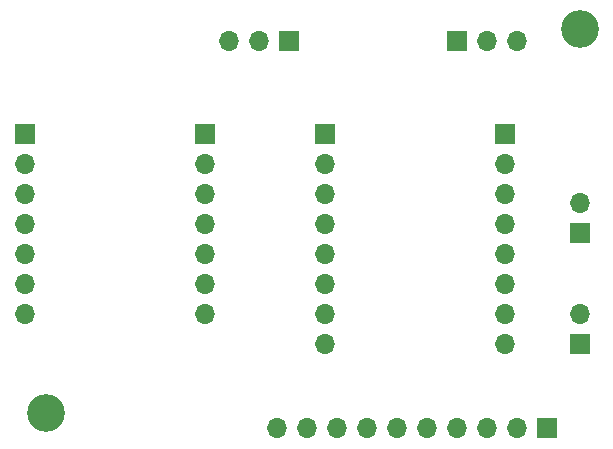
<source format=gbr>
%TF.GenerationSoftware,KiCad,Pcbnew,(6.0.5)*%
%TF.CreationDate,2022-06-15T23:12:15-05:00*%
%TF.ProjectId,hauptic_pcb,68617570-7469-4635-9f70-63622e6b6963,rev?*%
%TF.SameCoordinates,Original*%
%TF.FileFunction,Soldermask,Bot*%
%TF.FilePolarity,Negative*%
%FSLAX46Y46*%
G04 Gerber Fmt 4.6, Leading zero omitted, Abs format (unit mm)*
G04 Created by KiCad (PCBNEW (6.0.5)) date 2022-06-15 23:12:15*
%MOMM*%
%LPD*%
G01*
G04 APERTURE LIST*
%ADD10O,1.700000X1.700000*%
%ADD11R,1.700000X1.700000*%
%ADD12C,3.200000*%
G04 APERTURE END LIST*
D10*
%TO.C,Regulator*%
X168656000Y-70841000D03*
X166116000Y-70841000D03*
D11*
X163576000Y-70841000D03*
%TD*%
%TO.C,Motor_driver*%
X167640000Y-78740000D03*
D10*
X167640000Y-81280000D03*
X167640000Y-83820000D03*
X167640000Y-86360000D03*
X167640000Y-88900000D03*
X167640000Y-91440000D03*
X167640000Y-93980000D03*
X167640000Y-96520000D03*
%TD*%
D11*
%TO.C,Motor_driver*%
X152400000Y-78740000D03*
D10*
X152400000Y-81280000D03*
X152400000Y-83820000D03*
X152400000Y-86360000D03*
X152400000Y-88900000D03*
X152400000Y-91440000D03*
X152400000Y-93980000D03*
X152400000Y-96520000D03*
%TD*%
D11*
%TO.C,Logic_board*%
X142240000Y-78740000D03*
D10*
X142240000Y-81280000D03*
X142240000Y-83820000D03*
X142240000Y-86360000D03*
X142240000Y-88900000D03*
X142240000Y-91440000D03*
X142240000Y-93980000D03*
%TD*%
%TO.C,Power*%
X173990000Y-84587000D03*
D11*
X173990000Y-87127000D03*
%TD*%
%TO.C,Sensor*%
X149352000Y-70866000D03*
D10*
X146812000Y-70866000D03*
X144272000Y-70866000D03*
%TD*%
D12*
%TO.C,REF\u002A\u002A*%
X173990000Y-69850000D03*
%TD*%
D11*
%TO.C,Communication*%
X171196000Y-103632000D03*
D10*
X168656000Y-103632000D03*
X166116000Y-103632000D03*
X163576000Y-103632000D03*
X161036000Y-103632000D03*
X158496000Y-103632000D03*
X155956000Y-103632000D03*
X153416000Y-103632000D03*
X150876000Y-103632000D03*
X148336000Y-103632000D03*
%TD*%
D12*
%TO.C,REF\u002A\u002A*%
X128778000Y-102362000D03*
%TD*%
D11*
%TO.C,Motor*%
X173990000Y-96525000D03*
D10*
X173990000Y-93985000D03*
%TD*%
D11*
%TO.C,Logic_board*%
X127000000Y-78740000D03*
D10*
X127000000Y-81280000D03*
X127000000Y-83820000D03*
X127000000Y-86360000D03*
X127000000Y-88900000D03*
X127000000Y-91440000D03*
X127000000Y-93980000D03*
%TD*%
M02*

</source>
